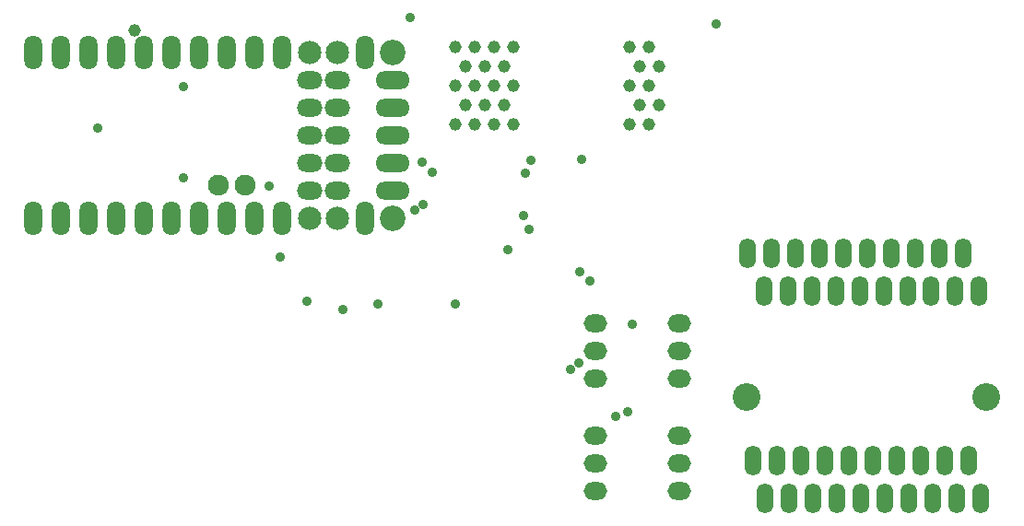
<source format=gbs>
G04*
G04 #@! TF.GenerationSoftware,Altium Limited,Altium Designer,21.0.8 (223)*
G04*
G04 Layer_Color=16711935*
%FSLAX25Y25*%
%MOIN*%
G70*
G04*
G04 #@! TF.SameCoordinates,128E1E45-F731-4E68-84EB-4EEBB871E250*
G04*
G04*
G04 #@! TF.FilePolarity,Negative*
G04*
G01*
G75*
%ADD47C,0.09252*%
%ADD48C,0.08465*%
%ADD49O,0.06496X0.12402*%
%ADD50O,0.12402X0.06496*%
%ADD51O,0.09252X0.06496*%
%ADD52O,0.06102X0.10827*%
%ADD53O,0.08465X0.06496*%
%ADD54C,0.10039*%
%ADD55C,0.03591*%
%ADD56C,0.07591*%
%ADD57C,0.04591*%
D47*
X138300Y386800D02*
D03*
Y326800D02*
D03*
D48*
X118300D02*
D03*
X108300D02*
D03*
X118300Y386800D02*
D03*
X108300D02*
D03*
D49*
X78300D02*
D03*
X18300D02*
D03*
X8300Y326800D02*
D03*
X28300Y386800D02*
D03*
X18300Y326800D02*
D03*
X28300D02*
D03*
X38300D02*
D03*
X48300D02*
D03*
X58300D02*
D03*
X68300D02*
D03*
X78300D02*
D03*
X88300D02*
D03*
X98300D02*
D03*
X128300D02*
D03*
Y386800D02*
D03*
X98300D02*
D03*
X88300D02*
D03*
X68300D02*
D03*
X58300D02*
D03*
X48300D02*
D03*
X38300D02*
D03*
X8300D02*
D03*
D50*
X138300Y356800D02*
D03*
Y346800D02*
D03*
Y336800D02*
D03*
Y366800D02*
D03*
Y376800D02*
D03*
D51*
X108300Y336800D02*
D03*
X118300D02*
D03*
X108300Y346800D02*
D03*
X118300D02*
D03*
X108300Y356800D02*
D03*
X118300D02*
D03*
X108300Y366800D02*
D03*
X118300D02*
D03*
X108300Y376800D02*
D03*
X118300D02*
D03*
D52*
X350381Y300618D02*
D03*
X341719D02*
D03*
X333058D02*
D03*
X324397D02*
D03*
X315735D02*
D03*
X307074D02*
D03*
X298412D02*
D03*
X289751D02*
D03*
X281089D02*
D03*
X272428D02*
D03*
X292507Y314398D02*
D03*
X318491D02*
D03*
X266523D02*
D03*
X275184D02*
D03*
X283845D02*
D03*
X301168D02*
D03*
X309830D02*
D03*
X327152D02*
D03*
X335814D02*
D03*
X344475D02*
D03*
X272969Y225520D02*
D03*
X281631D02*
D03*
X290292D02*
D03*
X298954D02*
D03*
X307615D02*
D03*
X316276D02*
D03*
X324938D02*
D03*
X333599D02*
D03*
X342261D02*
D03*
X350922D02*
D03*
X268639Y239300D02*
D03*
X277300D02*
D03*
X285961D02*
D03*
X294623D02*
D03*
X303284D02*
D03*
X311946D02*
D03*
X320607D02*
D03*
X329269D02*
D03*
X337930D02*
D03*
X346591D02*
D03*
D53*
X241832Y248312D02*
D03*
Y228312D02*
D03*
X211700Y248324D02*
D03*
Y228324D02*
D03*
X241832Y238312D02*
D03*
X211700Y238324D02*
D03*
Y268900D02*
D03*
Y278900D02*
D03*
Y288900D02*
D03*
X241832Y268888D02*
D03*
Y278888D02*
D03*
Y288888D02*
D03*
D54*
X352891Y262135D02*
D03*
X266276D02*
D03*
D55*
X202720Y272300D02*
D03*
X205700Y274700D02*
D03*
X223375Y257000D02*
D03*
X218900Y255300D02*
D03*
X97500Y312800D02*
D03*
X144400Y399500D02*
D03*
X148900Y347200D02*
D03*
X152500Y343700D02*
D03*
X149300Y332000D02*
D03*
X146317Y329776D02*
D03*
X132966Y295966D02*
D03*
X160750Y295950D02*
D03*
X224800Y288600D02*
D03*
X188100Y348000D02*
D03*
X186300Y343200D02*
D03*
X205894Y307706D02*
D03*
X209500Y304100D02*
D03*
X206500Y348200D02*
D03*
X187400Y322900D02*
D03*
X179800Y315700D02*
D03*
X185400Y328000D02*
D03*
X255200Y397400D02*
D03*
X107273Y297073D02*
D03*
X120200Y293800D02*
D03*
X93400Y338700D02*
D03*
X31700Y359600D02*
D03*
X62400Y341500D02*
D03*
X62500Y374600D02*
D03*
D56*
X84900Y339000D02*
D03*
X75064Y339050D02*
D03*
D57*
X44800Y394800D02*
D03*
X231000Y389000D02*
D03*
X234500Y382000D02*
D03*
X231000Y375000D02*
D03*
X234500Y368000D02*
D03*
X231000Y361000D02*
D03*
X224000Y389000D02*
D03*
X227500Y382000D02*
D03*
X224000Y375000D02*
D03*
X227500Y368000D02*
D03*
X224000Y361000D02*
D03*
X182000Y389000D02*
D03*
Y375000D02*
D03*
Y361000D02*
D03*
X175000Y389000D02*
D03*
X178500Y382000D02*
D03*
X175000Y375000D02*
D03*
X178500Y368000D02*
D03*
X175000Y361000D02*
D03*
X168000Y389000D02*
D03*
X171500Y382000D02*
D03*
X168000Y375000D02*
D03*
X171500Y368000D02*
D03*
X168000Y361000D02*
D03*
X161000Y389000D02*
D03*
X164500Y382000D02*
D03*
X161000Y375000D02*
D03*
X164500Y368000D02*
D03*
X161000Y361000D02*
D03*
M02*

</source>
